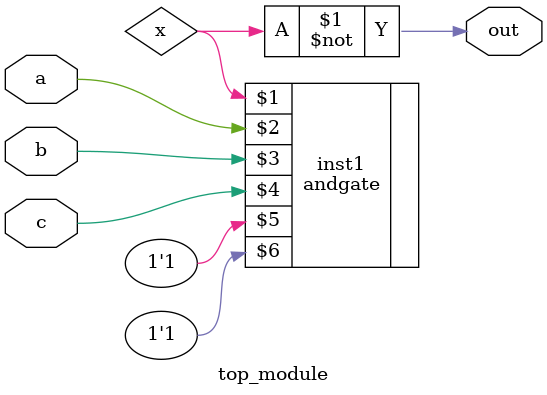
<source format=v>
module top_module (input a, input b, input c, output reg out);//
reg x;
    andgate inst1 ( x, a, b, c, 1'b1, 1'b1 );
assign out=~x;
endmodule

</source>
